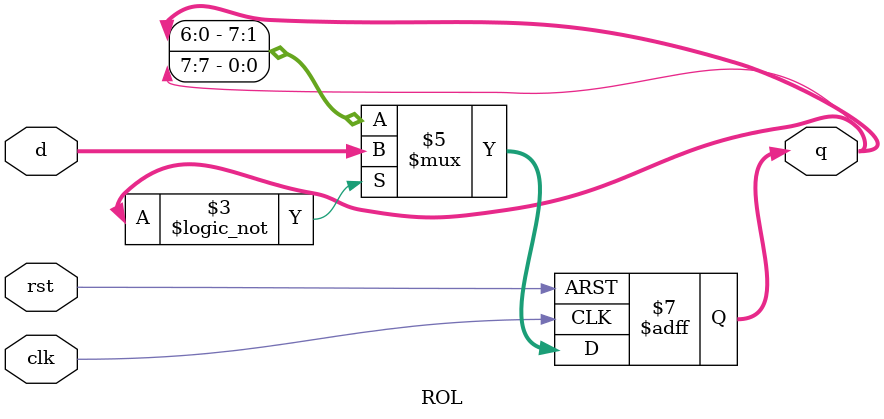
<source format=v>
module ROL(rst, clk, d, q);
input rst, clk;
input [7:0] d;
output reg [7:0] q;

always@(negedge rst, posedge clk)
begin
if(!rst) q = 0;
else begin
	if(!q) q <= d;
	else q[7:0] <= {q[6:0], q[7]};
	end
end

endmodule

</source>
